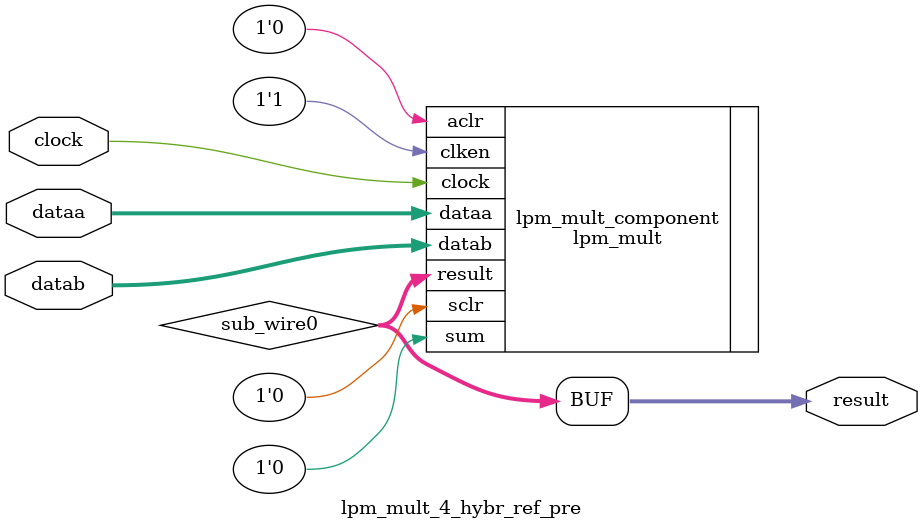
<source format=v>
module lpm_mult_4_hybr_ref_pre (
	clock,
	dataa,
	datab,
	result);
	input	  clock;
	input	[7:0]  dataa;
	input	[4:0]  datab;
	output	[8:0]  result;
	wire [8:0] sub_wire0;
	wire [8:0] result = sub_wire0[8:0];
	lpm_mult	lpm_mult_component (
				.clock (clock),
				.dataa (dataa),
				.datab (datab),
				.result (sub_wire0),
				.aclr (1'b0),
				.clken (1'b1),
				.sclr (1'b0),
				.sum (1'b0));
	defparam
		lpm_mult_component.lpm_hint = "DEDICATED_MULTIPLIER_CIRCUITRY=YES,MAXIMIZE_SPEED=9",
		lpm_mult_component.lpm_pipeline = 1,
		lpm_mult_component.lpm_representation = "UNSIGNED",
		lpm_mult_component.lpm_type = "LPM_MULT",
		lpm_mult_component.lpm_widtha = 8,
		lpm_mult_component.lpm_widthb = 5,
		lpm_mult_component.lpm_widthp = 9;
endmodule
</source>
